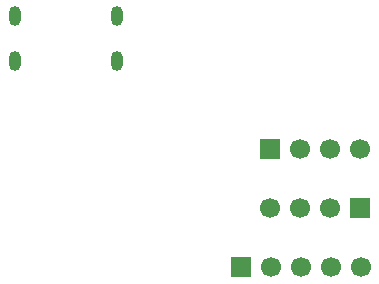
<source format=gbr>
%TF.GenerationSoftware,KiCad,Pcbnew,9.0.7*%
%TF.CreationDate,2026-02-19T23:55:46-05:00*%
%TF.ProjectId,usb_c_sensor_breakout,7573625f-635f-4736-956e-736f725f6272,rev?*%
%TF.SameCoordinates,Original*%
%TF.FileFunction,Soldermask,Bot*%
%TF.FilePolarity,Negative*%
%FSLAX46Y46*%
G04 Gerber Fmt 4.6, Leading zero omitted, Abs format (unit mm)*
G04 Created by KiCad (PCBNEW 9.0.7) date 2026-02-19 23:55:46*
%MOMM*%
%LPD*%
G01*
G04 APERTURE LIST*
%ADD10R,1.700000X1.700000*%
%ADD11C,1.700000*%
%ADD12O,1.000000X1.700000*%
G04 APERTURE END LIST*
D10*
%TO.C,J4*%
X154080000Y-82000000D03*
D11*
X151540000Y-82000000D03*
X149000000Y-82000000D03*
X146460000Y-82000000D03*
%TD*%
D10*
%TO.C,J3*%
X146460000Y-77000000D03*
D11*
X149000000Y-77000000D03*
X151540000Y-77000000D03*
X154080000Y-77000000D03*
%TD*%
D10*
%TO.C,J5*%
X143960000Y-87000000D03*
D11*
X146500000Y-87000000D03*
X149040000Y-87000000D03*
X151580000Y-87000000D03*
X154120000Y-87000000D03*
%TD*%
D12*
%TO.C,J1*%
X133500000Y-69550000D03*
X133500000Y-65750000D03*
X124860000Y-69550000D03*
X124860000Y-65750000D03*
%TD*%
M02*

</source>
